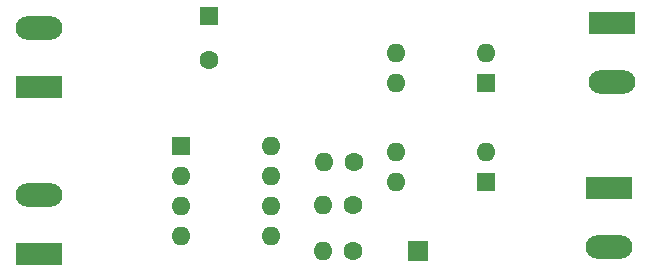
<source format=gbr>
G04 #@! TF.GenerationSoftware,KiCad,Pcbnew,(5.1.5)-3*
G04 #@! TF.CreationDate,2020-04-25T22:11:23+03:00*
G04 #@! TF.ProjectId,ATtiny85_NeoPixel_SKRv.1.3,41547469-6e79-4383-955f-4e656f506978,v.1.0*
G04 #@! TF.SameCoordinates,Original*
G04 #@! TF.FileFunction,Copper,L1,Top*
G04 #@! TF.FilePolarity,Positive*
%FSLAX46Y46*%
G04 Gerber Fmt 4.6, Leading zero omitted, Abs format (unit mm)*
G04 Created by KiCad (PCBNEW (5.1.5)-3) date 2020-04-25 22:11:23*
%MOMM*%
%LPD*%
G04 APERTURE LIST*
%ADD10R,1.600000X1.600000*%
%ADD11C,1.600000*%
%ADD12O,3.960000X1.980000*%
%ADD13R,3.960000X1.980000*%
%ADD14R,1.700000X1.700000*%
%ADD15O,1.600000X1.600000*%
G04 APERTURE END LIST*
D10*
X71704200Y-60756800D03*
D11*
X71704200Y-64556800D03*
D12*
X57327800Y-61827400D03*
D13*
X57327800Y-66827400D03*
X57327800Y-80924400D03*
D12*
X57327800Y-75924400D03*
D14*
X89458800Y-80670400D03*
D12*
X105613200Y-80387200D03*
D13*
X105613200Y-75387200D03*
X105816400Y-61366400D03*
D12*
X105816400Y-66366400D03*
D15*
X81407000Y-80721200D03*
D11*
X83947000Y-80721200D03*
X83947000Y-76809600D03*
D15*
X81407000Y-76809600D03*
D11*
X83972400Y-73126600D03*
D15*
X81432400Y-73126600D03*
D10*
X69392800Y-71755000D03*
D15*
X77012800Y-79375000D03*
X69392800Y-74295000D03*
X77012800Y-76835000D03*
X69392800Y-76835000D03*
X77012800Y-74295000D03*
X69392800Y-79375000D03*
X77012800Y-71755000D03*
D10*
X95148400Y-74853800D03*
D15*
X87528400Y-72313800D03*
X95148400Y-72313800D03*
X87528400Y-74853800D03*
X87528400Y-66421000D03*
X95148400Y-63881000D03*
X87528400Y-63881000D03*
D10*
X95148400Y-66421000D03*
M02*

</source>
